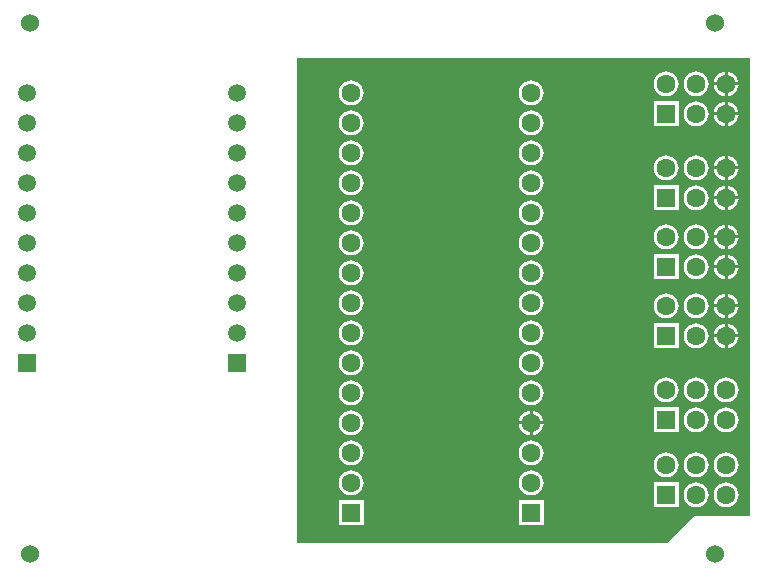
<source format=gtl>
G04 Layer_Physical_Order=1*
G04 Layer_Color=255*
%FSLAX44Y44*%
%MOMM*%
G71*
G01*
G75*
%ADD10C,1.5240*%
%ADD11R,1.6000X1.6000*%
%ADD12C,1.6000*%
%ADD13R,1.6000X1.6000*%
%ADD14R,1.5000X1.5000*%
%ADD15C,1.5000*%
G36*
X1260000Y1020000D02*
X1260000Y632460D01*
X1212460Y632460D01*
X1189600Y609600D01*
X876300Y609600D01*
X876300Y1020000D01*
X1260000Y1020000D01*
D02*
G37*
%LPC*%
G36*
X1249984Y783590D02*
X1240790D01*
Y774396D01*
X1242271Y774591D01*
X1244836Y775653D01*
X1247037Y777343D01*
X1248727Y779545D01*
X1249789Y782109D01*
X1249984Y783590D01*
D02*
G37*
G36*
X1238250D02*
X1229056D01*
X1229251Y782109D01*
X1230313Y779545D01*
X1232003Y777343D01*
X1234204Y775653D01*
X1236768Y774591D01*
X1238250Y774396D01*
Y783590D01*
D02*
G37*
G36*
X922020Y798031D02*
X919268Y797669D01*
X916704Y796607D01*
X914503Y794917D01*
X912813Y792716D01*
X911751Y790152D01*
X911389Y787400D01*
X911751Y784649D01*
X912813Y782085D01*
X914503Y779883D01*
X916704Y778193D01*
X919268Y777131D01*
X922020Y776769D01*
X924771Y777131D01*
X927336Y778193D01*
X929537Y779883D01*
X931227Y782085D01*
X932289Y784649D01*
X932651Y787400D01*
X932289Y790152D01*
X931227Y792716D01*
X929537Y794917D01*
X927336Y796607D01*
X924771Y797669D01*
X922020Y798031D01*
D02*
G37*
G36*
X1238250Y795324D02*
X1236768Y795129D01*
X1234204Y794067D01*
X1232003Y792377D01*
X1230313Y790175D01*
X1229251Y787611D01*
X1229056Y786130D01*
X1238250D01*
Y795324D01*
D02*
G37*
G36*
X1074420Y798031D02*
X1071668Y797669D01*
X1069105Y796607D01*
X1066903Y794917D01*
X1065213Y792716D01*
X1064151Y790152D01*
X1063789Y787400D01*
X1064151Y784649D01*
X1065213Y782085D01*
X1066903Y779883D01*
X1069105Y778193D01*
X1071668Y777131D01*
X1074420Y776769D01*
X1077171Y777131D01*
X1079735Y778193D01*
X1081937Y779883D01*
X1083627Y782085D01*
X1084689Y784649D01*
X1085051Y787400D01*
X1084689Y790152D01*
X1083627Y792716D01*
X1081937Y794917D01*
X1079735Y796607D01*
X1077171Y797669D01*
X1074420Y798031D01*
D02*
G37*
G36*
X1199260Y795400D02*
X1178180D01*
Y774320D01*
X1199260D01*
Y795400D01*
D02*
G37*
G36*
X1239520Y749771D02*
X1236768Y749409D01*
X1234204Y748347D01*
X1232003Y746657D01*
X1230313Y744455D01*
X1229251Y741891D01*
X1228889Y739140D01*
X1229251Y736388D01*
X1230313Y733824D01*
X1232003Y731623D01*
X1234204Y729933D01*
X1236768Y728871D01*
X1239520Y728509D01*
X1242271Y728871D01*
X1244836Y729933D01*
X1247037Y731623D01*
X1248727Y733824D01*
X1249789Y736388D01*
X1250151Y739140D01*
X1249789Y741891D01*
X1248727Y744455D01*
X1247037Y746657D01*
X1244836Y748347D01*
X1242271Y749409D01*
X1239520Y749771D01*
D02*
G37*
G36*
X1214120D02*
X1211368Y749409D01*
X1208804Y748347D01*
X1206603Y746657D01*
X1204913Y744455D01*
X1203851Y741891D01*
X1203489Y739140D01*
X1203851Y736388D01*
X1204913Y733824D01*
X1206603Y731623D01*
X1208804Y729933D01*
X1211368Y728871D01*
X1214120Y728509D01*
X1216871Y728871D01*
X1219436Y729933D01*
X1221637Y731623D01*
X1223327Y733824D01*
X1224389Y736388D01*
X1224751Y739140D01*
X1224389Y741891D01*
X1223327Y744455D01*
X1221637Y746657D01*
X1219436Y748347D01*
X1216871Y749409D01*
X1214120Y749771D01*
D02*
G37*
G36*
X922020Y772631D02*
X919268Y772269D01*
X916704Y771207D01*
X914503Y769517D01*
X912813Y767316D01*
X911751Y764752D01*
X911389Y762000D01*
X911751Y759249D01*
X912813Y756684D01*
X914503Y754483D01*
X916704Y752793D01*
X919268Y751731D01*
X922020Y751369D01*
X924771Y751731D01*
X927336Y752793D01*
X929537Y754483D01*
X931227Y756684D01*
X932289Y759249D01*
X932651Y762000D01*
X932289Y764752D01*
X931227Y767316D01*
X929537Y769517D01*
X927336Y771207D01*
X924771Y772269D01*
X922020Y772631D01*
D02*
G37*
G36*
X1214120Y795491D02*
X1211368Y795129D01*
X1208804Y794067D01*
X1206603Y792377D01*
X1204913Y790175D01*
X1203851Y787611D01*
X1203489Y784860D01*
X1203851Y782109D01*
X1204913Y779545D01*
X1206603Y777343D01*
X1208804Y775653D01*
X1211368Y774591D01*
X1214120Y774229D01*
X1216871Y774591D01*
X1219436Y775653D01*
X1221637Y777343D01*
X1223327Y779545D01*
X1224389Y782109D01*
X1224751Y784860D01*
X1224389Y787611D01*
X1223327Y790175D01*
X1221637Y792377D01*
X1219436Y794067D01*
X1216871Y795129D01*
X1214120Y795491D01*
D02*
G37*
G36*
X1074420Y772631D02*
X1071668Y772269D01*
X1069105Y771207D01*
X1066903Y769517D01*
X1065213Y767316D01*
X1064151Y764752D01*
X1063789Y762000D01*
X1064151Y759249D01*
X1065213Y756684D01*
X1066903Y754483D01*
X1069105Y752793D01*
X1071668Y751731D01*
X1074420Y751369D01*
X1077171Y751731D01*
X1079735Y752793D01*
X1081937Y754483D01*
X1083627Y756684D01*
X1084689Y759249D01*
X1085051Y762000D01*
X1084689Y764752D01*
X1083627Y767316D01*
X1081937Y769517D01*
X1079735Y771207D01*
X1077171Y772269D01*
X1074420Y772631D01*
D02*
G37*
G36*
X1240790Y795324D02*
Y786130D01*
X1249984D01*
X1249789Y787611D01*
X1248727Y790175D01*
X1247037Y792377D01*
X1244836Y794067D01*
X1242271Y795129D01*
X1240790Y795324D01*
D02*
G37*
G36*
Y820724D02*
Y811530D01*
X1249984D01*
X1249789Y813011D01*
X1248727Y815575D01*
X1247037Y817777D01*
X1244836Y819467D01*
X1242271Y820529D01*
X1240790Y820724D01*
D02*
G37*
G36*
X1238250D02*
X1236768Y820529D01*
X1234204Y819467D01*
X1232003Y817777D01*
X1230313Y815575D01*
X1229251Y813011D01*
X1229056Y811530D01*
X1238250D01*
Y820724D01*
D02*
G37*
G36*
X922020Y848831D02*
X919268Y848469D01*
X916704Y847407D01*
X914503Y845717D01*
X912813Y843515D01*
X911751Y840952D01*
X911389Y838200D01*
X911751Y835449D01*
X912813Y832885D01*
X914503Y830683D01*
X916704Y828993D01*
X919268Y827931D01*
X922020Y827569D01*
X924771Y827931D01*
X927336Y828993D01*
X929537Y830683D01*
X931227Y832885D01*
X932289Y835449D01*
X932651Y838200D01*
X932289Y840952D01*
X931227Y843515D01*
X929537Y845717D01*
X927336Y847407D01*
X924771Y848469D01*
X922020Y848831D01*
D02*
G37*
G36*
X1214120Y853911D02*
X1211368Y853549D01*
X1208804Y852487D01*
X1206603Y850797D01*
X1204913Y848596D01*
X1203851Y846031D01*
X1203489Y843280D01*
X1203851Y840528D01*
X1204913Y837964D01*
X1206603Y835763D01*
X1208804Y834073D01*
X1211368Y833011D01*
X1214120Y832649D01*
X1216871Y833011D01*
X1219436Y834073D01*
X1221637Y835763D01*
X1223327Y837964D01*
X1224389Y840528D01*
X1224751Y843280D01*
X1224389Y846031D01*
X1223327Y848596D01*
X1221637Y850797D01*
X1219436Y852487D01*
X1216871Y853549D01*
X1214120Y853911D01*
D02*
G37*
G36*
X1074420Y848831D02*
X1071668Y848469D01*
X1069105Y847407D01*
X1066903Y845717D01*
X1065213Y843515D01*
X1064151Y840952D01*
X1063789Y838200D01*
X1064151Y835449D01*
X1065213Y832885D01*
X1066903Y830683D01*
X1069105Y828993D01*
X1071668Y827931D01*
X1074420Y827569D01*
X1077171Y827931D01*
X1079735Y828993D01*
X1081937Y830683D01*
X1083627Y832885D01*
X1084689Y835449D01*
X1085051Y838200D01*
X1084689Y840952D01*
X1083627Y843515D01*
X1081937Y845717D01*
X1079735Y847407D01*
X1077171Y848469D01*
X1074420Y848831D01*
D02*
G37*
G36*
Y823431D02*
X1071668Y823069D01*
X1069105Y822007D01*
X1066903Y820317D01*
X1065213Y818115D01*
X1064151Y815552D01*
X1063789Y812800D01*
X1064151Y810049D01*
X1065213Y807485D01*
X1066903Y805283D01*
X1069105Y803593D01*
X1071668Y802531D01*
X1074420Y802169D01*
X1077171Y802531D01*
X1079735Y803593D01*
X1081937Y805283D01*
X1083627Y807485D01*
X1084689Y810049D01*
X1085051Y812800D01*
X1084689Y815552D01*
X1083627Y818115D01*
X1081937Y820317D01*
X1079735Y822007D01*
X1077171Y823069D01*
X1074420Y823431D01*
D02*
G37*
G36*
X1214120Y820891D02*
X1211368Y820529D01*
X1208804Y819467D01*
X1206603Y817777D01*
X1204913Y815575D01*
X1203851Y813011D01*
X1203489Y810260D01*
X1203851Y807508D01*
X1204913Y804945D01*
X1206603Y802743D01*
X1208804Y801053D01*
X1211368Y799991D01*
X1214120Y799629D01*
X1216871Y799991D01*
X1219436Y801053D01*
X1221637Y802743D01*
X1223327Y804945D01*
X1224389Y807508D01*
X1224751Y810260D01*
X1224389Y813011D01*
X1223327Y815575D01*
X1221637Y817777D01*
X1219436Y819467D01*
X1216871Y820529D01*
X1214120Y820891D01*
D02*
G37*
G36*
X1188720D02*
X1185968Y820529D01*
X1183404Y819467D01*
X1181203Y817777D01*
X1179513Y815575D01*
X1178451Y813011D01*
X1178089Y810260D01*
X1178451Y807508D01*
X1179513Y804945D01*
X1181203Y802743D01*
X1183404Y801053D01*
X1185968Y799991D01*
X1188720Y799629D01*
X1191471Y799991D01*
X1194035Y801053D01*
X1196237Y802743D01*
X1197927Y804945D01*
X1198989Y807508D01*
X1199351Y810260D01*
X1198989Y813011D01*
X1197927Y815575D01*
X1196237Y817777D01*
X1194035Y819467D01*
X1191471Y820529D01*
X1188720Y820891D01*
D02*
G37*
G36*
X1238250Y808990D02*
X1229056D01*
X1229251Y807508D01*
X1230313Y804945D01*
X1232003Y802743D01*
X1234204Y801053D01*
X1236768Y799991D01*
X1238250Y799796D01*
Y808990D01*
D02*
G37*
G36*
X922020Y823431D02*
X919268Y823069D01*
X916704Y822007D01*
X914503Y820317D01*
X912813Y818115D01*
X911751Y815552D01*
X911389Y812800D01*
X911751Y810049D01*
X912813Y807485D01*
X914503Y805283D01*
X916704Y803593D01*
X919268Y802531D01*
X922020Y802169D01*
X924771Y802531D01*
X927336Y803593D01*
X929537Y805283D01*
X931227Y807485D01*
X932289Y810049D01*
X932651Y812800D01*
X932289Y815552D01*
X931227Y818115D01*
X929537Y820317D01*
X927336Y822007D01*
X924771Y823069D01*
X922020Y823431D01*
D02*
G37*
G36*
X1249984Y808990D02*
X1240790D01*
Y799796D01*
X1242271Y799991D01*
X1244836Y801053D01*
X1247037Y802743D01*
X1248727Y804945D01*
X1249789Y807508D01*
X1249984Y808990D01*
D02*
G37*
G36*
X1188720Y686271D02*
X1185968Y685909D01*
X1183404Y684847D01*
X1181203Y683157D01*
X1179513Y680956D01*
X1178451Y678391D01*
X1178089Y675640D01*
X1178451Y672888D01*
X1179513Y670324D01*
X1181203Y668123D01*
X1183404Y666433D01*
X1185968Y665371D01*
X1188720Y665009D01*
X1191471Y665371D01*
X1194035Y666433D01*
X1196237Y668123D01*
X1197927Y670324D01*
X1198989Y672888D01*
X1199351Y675640D01*
X1198989Y678391D01*
X1197927Y680956D01*
X1196237Y683157D01*
X1194035Y684847D01*
X1191471Y685909D01*
X1188720Y686271D01*
D02*
G37*
G36*
X1074420Y671031D02*
X1071668Y670669D01*
X1069105Y669607D01*
X1066903Y667917D01*
X1065213Y665715D01*
X1064151Y663151D01*
X1063789Y660400D01*
X1064151Y657648D01*
X1065213Y655085D01*
X1066903Y652883D01*
X1069105Y651193D01*
X1071668Y650131D01*
X1074420Y649769D01*
X1077171Y650131D01*
X1079735Y651193D01*
X1081937Y652883D01*
X1083627Y655085D01*
X1084689Y657648D01*
X1085051Y660400D01*
X1084689Y663151D01*
X1083627Y665715D01*
X1081937Y667917D01*
X1079735Y669607D01*
X1077171Y670669D01*
X1074420Y671031D01*
D02*
G37*
G36*
X1214120Y686271D02*
X1211368Y685909D01*
X1208804Y684847D01*
X1206603Y683157D01*
X1204913Y680956D01*
X1203851Y678391D01*
X1203489Y675640D01*
X1203851Y672888D01*
X1204913Y670324D01*
X1206603Y668123D01*
X1208804Y666433D01*
X1211368Y665371D01*
X1214120Y665009D01*
X1216871Y665371D01*
X1219436Y666433D01*
X1221637Y668123D01*
X1223327Y670324D01*
X1224389Y672888D01*
X1224751Y675640D01*
X1224389Y678391D01*
X1223327Y680956D01*
X1221637Y683157D01*
X1219436Y684847D01*
X1216871Y685909D01*
X1214120Y686271D01*
D02*
G37*
G36*
X922020Y696431D02*
X919268Y696069D01*
X916704Y695007D01*
X914503Y693317D01*
X912813Y691115D01*
X911751Y688551D01*
X911389Y685800D01*
X911751Y683048D01*
X912813Y680484D01*
X914503Y678283D01*
X916704Y676593D01*
X919268Y675531D01*
X922020Y675169D01*
X924771Y675531D01*
X927336Y676593D01*
X929537Y678283D01*
X931227Y680484D01*
X932289Y683048D01*
X932651Y685800D01*
X932289Y688551D01*
X931227Y691115D01*
X929537Y693317D01*
X927336Y695007D01*
X924771Y696069D01*
X922020Y696431D01*
D02*
G37*
G36*
X1239520Y686271D02*
X1236768Y685909D01*
X1234204Y684847D01*
X1232003Y683157D01*
X1230313Y680956D01*
X1229251Y678391D01*
X1228889Y675640D01*
X1229251Y672888D01*
X1230313Y670324D01*
X1232003Y668123D01*
X1234204Y666433D01*
X1236768Y665371D01*
X1239520Y665009D01*
X1242271Y665371D01*
X1244836Y666433D01*
X1247037Y668123D01*
X1248727Y670324D01*
X1249789Y672888D01*
X1250151Y675640D01*
X1249789Y678391D01*
X1248727Y680956D01*
X1247037Y683157D01*
X1244836Y684847D01*
X1242271Y685909D01*
X1239520Y686271D01*
D02*
G37*
G36*
X922020Y671031D02*
X919268Y670669D01*
X916704Y669607D01*
X914503Y667917D01*
X912813Y665715D01*
X911751Y663151D01*
X911389Y660400D01*
X911751Y657648D01*
X912813Y655085D01*
X914503Y652883D01*
X916704Y651193D01*
X919268Y650131D01*
X922020Y649769D01*
X924771Y650131D01*
X927336Y651193D01*
X929537Y652883D01*
X931227Y655085D01*
X932289Y657648D01*
X932651Y660400D01*
X932289Y663151D01*
X931227Y665715D01*
X929537Y667917D01*
X927336Y669607D01*
X924771Y670669D01*
X922020Y671031D01*
D02*
G37*
G36*
X1084960Y645540D02*
X1063880D01*
Y624460D01*
X1084960D01*
Y645540D01*
D02*
G37*
G36*
X932560D02*
X911480D01*
Y624460D01*
X932560D01*
Y645540D01*
D02*
G37*
G36*
X1214120Y660871D02*
X1211368Y660509D01*
X1208804Y659447D01*
X1206603Y657757D01*
X1204913Y655555D01*
X1203851Y652991D01*
X1203489Y650240D01*
X1203851Y647488D01*
X1204913Y644924D01*
X1206603Y642723D01*
X1208804Y641033D01*
X1211368Y639971D01*
X1214120Y639609D01*
X1216871Y639971D01*
X1219436Y641033D01*
X1221637Y642723D01*
X1223327Y644924D01*
X1224389Y647488D01*
X1224751Y650240D01*
X1224389Y652991D01*
X1223327Y655555D01*
X1221637Y657757D01*
X1219436Y659447D01*
X1216871Y660509D01*
X1214120Y660871D01*
D02*
G37*
G36*
X1199260Y660780D02*
X1178180D01*
Y639700D01*
X1199260D01*
Y660780D01*
D02*
G37*
G36*
X1239520Y660871D02*
X1236768Y660509D01*
X1234204Y659447D01*
X1232003Y657757D01*
X1230313Y655555D01*
X1229251Y652991D01*
X1228889Y650240D01*
X1229251Y647488D01*
X1230313Y644924D01*
X1232003Y642723D01*
X1234204Y641033D01*
X1236768Y639971D01*
X1239520Y639609D01*
X1242271Y639971D01*
X1244836Y641033D01*
X1247037Y642723D01*
X1248727Y644924D01*
X1249789Y647488D01*
X1250151Y650240D01*
X1249789Y652991D01*
X1248727Y655555D01*
X1247037Y657757D01*
X1244836Y659447D01*
X1242271Y660509D01*
X1239520Y660871D01*
D02*
G37*
G36*
X1074420Y696431D02*
X1071668Y696069D01*
X1069105Y695007D01*
X1066903Y693317D01*
X1065213Y691115D01*
X1064151Y688551D01*
X1063789Y685800D01*
X1064151Y683048D01*
X1065213Y680484D01*
X1066903Y678283D01*
X1069105Y676593D01*
X1071668Y675531D01*
X1074420Y675169D01*
X1077171Y675531D01*
X1079735Y676593D01*
X1081937Y678283D01*
X1083627Y680484D01*
X1084689Y683048D01*
X1085051Y685800D01*
X1084689Y688551D01*
X1083627Y691115D01*
X1081937Y693317D01*
X1079735Y695007D01*
X1077171Y696069D01*
X1074420Y696431D01*
D02*
G37*
G36*
X1075690Y721664D02*
Y712470D01*
X1084884D01*
X1084689Y713951D01*
X1083627Y716516D01*
X1081937Y718717D01*
X1079735Y720407D01*
X1077171Y721469D01*
X1075690Y721664D01*
D02*
G37*
G36*
X1073150D02*
X1071668Y721469D01*
X1069105Y720407D01*
X1066903Y718717D01*
X1065213Y716516D01*
X1064151Y713951D01*
X1063956Y712470D01*
X1073150D01*
Y721664D01*
D02*
G37*
G36*
X922020Y747231D02*
X919268Y746869D01*
X916704Y745807D01*
X914503Y744117D01*
X912813Y741916D01*
X911751Y739352D01*
X911389Y736600D01*
X911751Y733848D01*
X912813Y731284D01*
X914503Y729083D01*
X916704Y727393D01*
X919268Y726331D01*
X922020Y725969D01*
X924771Y726331D01*
X927336Y727393D01*
X929537Y729083D01*
X931227Y731284D01*
X932289Y733848D01*
X932651Y736600D01*
X932289Y739352D01*
X931227Y741916D01*
X929537Y744117D01*
X927336Y745807D01*
X924771Y746869D01*
X922020Y747231D01*
D02*
G37*
G36*
X1188720Y749771D02*
X1185968Y749409D01*
X1183404Y748347D01*
X1181203Y746657D01*
X1179513Y744455D01*
X1178451Y741891D01*
X1178089Y739140D01*
X1178451Y736388D01*
X1179513Y733824D01*
X1181203Y731623D01*
X1183404Y729933D01*
X1185968Y728871D01*
X1188720Y728509D01*
X1191471Y728871D01*
X1194035Y729933D01*
X1196237Y731623D01*
X1197927Y733824D01*
X1198989Y736388D01*
X1199351Y739140D01*
X1198989Y741891D01*
X1197927Y744455D01*
X1196237Y746657D01*
X1194035Y748347D01*
X1191471Y749409D01*
X1188720Y749771D01*
D02*
G37*
G36*
X1074420Y747231D02*
X1071668Y746869D01*
X1069105Y745807D01*
X1066903Y744117D01*
X1065213Y741916D01*
X1064151Y739352D01*
X1063789Y736600D01*
X1064151Y733848D01*
X1065213Y731284D01*
X1066903Y729083D01*
X1069105Y727393D01*
X1071668Y726331D01*
X1074420Y725969D01*
X1077171Y726331D01*
X1079735Y727393D01*
X1081937Y729083D01*
X1083627Y731284D01*
X1084689Y733848D01*
X1085051Y736600D01*
X1084689Y739352D01*
X1083627Y741916D01*
X1081937Y744117D01*
X1079735Y745807D01*
X1077171Y746869D01*
X1074420Y747231D01*
D02*
G37*
G36*
X1199260Y724280D02*
X1178180D01*
Y703200D01*
X1199260D01*
Y724280D01*
D02*
G37*
G36*
X1073150Y709930D02*
X1063956D01*
X1064151Y708448D01*
X1065213Y705884D01*
X1066903Y703683D01*
X1069105Y701993D01*
X1071668Y700931D01*
X1073150Y700736D01*
Y709930D01*
D02*
G37*
G36*
X922020Y721831D02*
X919268Y721469D01*
X916704Y720407D01*
X914503Y718717D01*
X912813Y716516D01*
X911751Y713951D01*
X911389Y711200D01*
X911751Y708448D01*
X912813Y705884D01*
X914503Y703683D01*
X916704Y701993D01*
X919268Y700931D01*
X922020Y700569D01*
X924771Y700931D01*
X927336Y701993D01*
X929537Y703683D01*
X931227Y705884D01*
X932289Y708448D01*
X932651Y711200D01*
X932289Y713951D01*
X931227Y716516D01*
X929537Y718717D01*
X927336Y720407D01*
X924771Y721469D01*
X922020Y721831D01*
D02*
G37*
G36*
X1084884Y709930D02*
X1075690D01*
Y700736D01*
X1077171Y700931D01*
X1079735Y701993D01*
X1081937Y703683D01*
X1083627Y705884D01*
X1084689Y708448D01*
X1084884Y709930D01*
D02*
G37*
G36*
X1239520Y724371D02*
X1236768Y724009D01*
X1234204Y722947D01*
X1232003Y721257D01*
X1230313Y719055D01*
X1229251Y716491D01*
X1228889Y713740D01*
X1229251Y710988D01*
X1230313Y708425D01*
X1232003Y706223D01*
X1234204Y704533D01*
X1236768Y703471D01*
X1239520Y703109D01*
X1242271Y703471D01*
X1244836Y704533D01*
X1247037Y706223D01*
X1248727Y708425D01*
X1249789Y710988D01*
X1250151Y713740D01*
X1249789Y716491D01*
X1248727Y719055D01*
X1247037Y721257D01*
X1244836Y722947D01*
X1242271Y724009D01*
X1239520Y724371D01*
D02*
G37*
G36*
X1214120D02*
X1211368Y724009D01*
X1208804Y722947D01*
X1206603Y721257D01*
X1204913Y719055D01*
X1203851Y716491D01*
X1203489Y713740D01*
X1203851Y710988D01*
X1204913Y708425D01*
X1206603Y706223D01*
X1208804Y704533D01*
X1211368Y703471D01*
X1214120Y703109D01*
X1216871Y703471D01*
X1219436Y704533D01*
X1221637Y706223D01*
X1223327Y708425D01*
X1224389Y710988D01*
X1224751Y713740D01*
X1224389Y716491D01*
X1223327Y719055D01*
X1221637Y721257D01*
X1219436Y722947D01*
X1216871Y724009D01*
X1214120Y724371D01*
D02*
G37*
G36*
X922020Y975831D02*
X919268Y975469D01*
X916704Y974407D01*
X914503Y972717D01*
X912813Y970516D01*
X911751Y967952D01*
X911389Y965200D01*
X911751Y962449D01*
X912813Y959884D01*
X914503Y957683D01*
X916704Y955993D01*
X919268Y954931D01*
X922020Y954569D01*
X924771Y954931D01*
X927336Y955993D01*
X929537Y957683D01*
X931227Y959884D01*
X932289Y962449D01*
X932651Y965200D01*
X932289Y967952D01*
X931227Y970516D01*
X929537Y972717D01*
X927336Y974407D01*
X924771Y975469D01*
X922020Y975831D01*
D02*
G37*
G36*
X1074420Y950431D02*
X1071668Y950069D01*
X1069105Y949007D01*
X1066903Y947317D01*
X1065213Y945116D01*
X1064151Y942551D01*
X1063789Y939800D01*
X1064151Y937048D01*
X1065213Y934484D01*
X1066903Y932283D01*
X1069105Y930593D01*
X1071668Y929531D01*
X1074420Y929169D01*
X1077171Y929531D01*
X1079735Y930593D01*
X1081937Y932283D01*
X1083627Y934484D01*
X1084689Y937048D01*
X1085051Y939800D01*
X1084689Y942551D01*
X1083627Y945116D01*
X1081937Y947317D01*
X1079735Y949007D01*
X1077171Y950069D01*
X1074420Y950431D01*
D02*
G37*
G36*
Y975831D02*
X1071668Y975469D01*
X1069105Y974407D01*
X1066903Y972717D01*
X1065213Y970516D01*
X1064151Y967952D01*
X1063789Y965200D01*
X1064151Y962449D01*
X1065213Y959884D01*
X1066903Y957683D01*
X1069105Y955993D01*
X1071668Y954931D01*
X1074420Y954569D01*
X1077171Y954931D01*
X1079735Y955993D01*
X1081937Y957683D01*
X1083627Y959884D01*
X1084689Y962449D01*
X1085051Y965200D01*
X1084689Y967952D01*
X1083627Y970516D01*
X1081937Y972717D01*
X1079735Y974407D01*
X1077171Y975469D01*
X1074420Y975831D01*
D02*
G37*
G36*
X1199260Y983360D02*
X1178180D01*
Y962280D01*
X1199260D01*
Y983360D01*
D02*
G37*
G36*
X1214120Y983451D02*
X1211368Y983089D01*
X1208804Y982027D01*
X1206603Y980337D01*
X1204913Y978136D01*
X1203851Y975572D01*
X1203489Y972820D01*
X1203851Y970069D01*
X1204913Y967505D01*
X1206603Y965303D01*
X1208804Y963613D01*
X1211368Y962551D01*
X1214120Y962189D01*
X1216871Y962551D01*
X1219436Y963613D01*
X1221637Y965303D01*
X1223327Y967505D01*
X1224389Y970069D01*
X1224751Y972820D01*
X1224389Y975572D01*
X1223327Y978136D01*
X1221637Y980337D01*
X1219436Y982027D01*
X1216871Y983089D01*
X1214120Y983451D01*
D02*
G37*
G36*
X922020Y950431D02*
X919268Y950069D01*
X916704Y949007D01*
X914503Y947317D01*
X912813Y945116D01*
X911751Y942551D01*
X911389Y939800D01*
X911751Y937048D01*
X912813Y934484D01*
X914503Y932283D01*
X916704Y930593D01*
X919268Y929531D01*
X922020Y929169D01*
X924771Y929531D01*
X927336Y930593D01*
X929537Y932283D01*
X931227Y934484D01*
X932289Y937048D01*
X932651Y939800D01*
X932289Y942551D01*
X931227Y945116D01*
X929537Y947317D01*
X927336Y949007D01*
X924771Y950069D01*
X922020Y950431D01*
D02*
G37*
G36*
X1238250Y925830D02*
X1229056D01*
X1229251Y924349D01*
X1230313Y921785D01*
X1232003Y919583D01*
X1234204Y917893D01*
X1236768Y916831D01*
X1238250Y916636D01*
Y925830D01*
D02*
G37*
G36*
X1214120Y937731D02*
X1211368Y937369D01*
X1208804Y936307D01*
X1206603Y934617D01*
X1204913Y932415D01*
X1203851Y929852D01*
X1203489Y927100D01*
X1203851Y924349D01*
X1204913Y921785D01*
X1206603Y919583D01*
X1208804Y917893D01*
X1211368Y916831D01*
X1214120Y916469D01*
X1216871Y916831D01*
X1219436Y917893D01*
X1221637Y919583D01*
X1223327Y921785D01*
X1224389Y924349D01*
X1224751Y927100D01*
X1224389Y929852D01*
X1223327Y932415D01*
X1221637Y934617D01*
X1219436Y936307D01*
X1216871Y937369D01*
X1214120Y937731D01*
D02*
G37*
G36*
X1249984Y925830D02*
X1240790D01*
Y916636D01*
X1242271Y916831D01*
X1244836Y917893D01*
X1247037Y919583D01*
X1248727Y921785D01*
X1249789Y924349D01*
X1249984Y925830D01*
D02*
G37*
G36*
X1240790Y937564D02*
Y928370D01*
X1249984D01*
X1249789Y929852D01*
X1248727Y932415D01*
X1247037Y934617D01*
X1244836Y936307D01*
X1242271Y937369D01*
X1240790Y937564D01*
D02*
G37*
G36*
X1238250D02*
X1236768Y937369D01*
X1234204Y936307D01*
X1232003Y934617D01*
X1230313Y932415D01*
X1229251Y929852D01*
X1229056Y928370D01*
X1238250D01*
Y937564D01*
D02*
G37*
G36*
Y971550D02*
X1229056D01*
X1229251Y970069D01*
X1230313Y967505D01*
X1232003Y965303D01*
X1234204Y963613D01*
X1236768Y962551D01*
X1238250Y962356D01*
Y971550D01*
D02*
G37*
G36*
Y996950D02*
X1229056D01*
X1229251Y995469D01*
X1230313Y992905D01*
X1232003Y990703D01*
X1234204Y989013D01*
X1236768Y987951D01*
X1238250Y987756D01*
Y996950D01*
D02*
G37*
G36*
X1214120Y1008851D02*
X1211368Y1008489D01*
X1208804Y1007427D01*
X1206603Y1005737D01*
X1204913Y1003536D01*
X1203851Y1000972D01*
X1203489Y998220D01*
X1203851Y995469D01*
X1204913Y992905D01*
X1206603Y990703D01*
X1208804Y989013D01*
X1211368Y987951D01*
X1214120Y987589D01*
X1216871Y987951D01*
X1219436Y989013D01*
X1221637Y990703D01*
X1223327Y992905D01*
X1224389Y995469D01*
X1224751Y998220D01*
X1224389Y1000972D01*
X1223327Y1003536D01*
X1221637Y1005737D01*
X1219436Y1007427D01*
X1216871Y1008489D01*
X1214120Y1008851D01*
D02*
G37*
G36*
X1249984Y996950D02*
X1240790D01*
Y987756D01*
X1242271Y987951D01*
X1244836Y989013D01*
X1247037Y990703D01*
X1248727Y992905D01*
X1249789Y995469D01*
X1249984Y996950D01*
D02*
G37*
G36*
X1240790Y1008684D02*
Y999490D01*
X1249984D01*
X1249789Y1000972D01*
X1248727Y1003536D01*
X1247037Y1005737D01*
X1244836Y1007427D01*
X1242271Y1008489D01*
X1240790Y1008684D01*
D02*
G37*
G36*
X1238250D02*
X1236768Y1008489D01*
X1234204Y1007427D01*
X1232003Y1005737D01*
X1230313Y1003536D01*
X1229251Y1000972D01*
X1229056Y999490D01*
X1238250D01*
Y1008684D01*
D02*
G37*
G36*
X1188720Y1008851D02*
X1185968Y1008489D01*
X1183404Y1007427D01*
X1181203Y1005737D01*
X1179513Y1003536D01*
X1178451Y1000972D01*
X1178089Y998220D01*
X1178451Y995469D01*
X1179513Y992905D01*
X1181203Y990703D01*
X1183404Y989013D01*
X1185968Y987951D01*
X1188720Y987589D01*
X1191471Y987951D01*
X1194035Y989013D01*
X1196237Y990703D01*
X1197927Y992905D01*
X1198989Y995469D01*
X1199351Y998220D01*
X1198989Y1000972D01*
X1197927Y1003536D01*
X1196237Y1005737D01*
X1194035Y1007427D01*
X1191471Y1008489D01*
X1188720Y1008851D01*
D02*
G37*
G36*
X1238250Y983284D02*
X1236768Y983089D01*
X1234204Y982027D01*
X1232003Y980337D01*
X1230313Y978136D01*
X1229251Y975572D01*
X1229056Y974090D01*
X1238250D01*
Y983284D01*
D02*
G37*
G36*
X1249984Y971550D02*
X1240790D01*
Y962356D01*
X1242271Y962551D01*
X1244836Y963613D01*
X1247037Y965303D01*
X1248727Y967505D01*
X1249789Y970069D01*
X1249984Y971550D01*
D02*
G37*
G36*
X1240790Y983284D02*
Y974090D01*
X1249984D01*
X1249789Y975572D01*
X1248727Y978136D01*
X1247037Y980337D01*
X1244836Y982027D01*
X1242271Y983089D01*
X1240790Y983284D01*
D02*
G37*
G36*
X1074420Y1001231D02*
X1071668Y1000869D01*
X1069105Y999807D01*
X1066903Y998117D01*
X1065213Y995916D01*
X1064151Y993352D01*
X1063789Y990600D01*
X1064151Y987849D01*
X1065213Y985285D01*
X1066903Y983083D01*
X1069105Y981393D01*
X1071668Y980331D01*
X1074420Y979969D01*
X1077171Y980331D01*
X1079735Y981393D01*
X1081937Y983083D01*
X1083627Y985285D01*
X1084689Y987849D01*
X1085051Y990600D01*
X1084689Y993352D01*
X1083627Y995916D01*
X1081937Y998117D01*
X1079735Y999807D01*
X1077171Y1000869D01*
X1074420Y1001231D01*
D02*
G37*
G36*
X922020D02*
X919268Y1000869D01*
X916704Y999807D01*
X914503Y998117D01*
X912813Y995916D01*
X911751Y993352D01*
X911389Y990600D01*
X911751Y987849D01*
X912813Y985285D01*
X914503Y983083D01*
X916704Y981393D01*
X919268Y980331D01*
X922020Y979969D01*
X924771Y980331D01*
X927336Y981393D01*
X929537Y983083D01*
X931227Y985285D01*
X932289Y987849D01*
X932651Y990600D01*
X932289Y993352D01*
X931227Y995916D01*
X929537Y998117D01*
X927336Y999807D01*
X924771Y1000869D01*
X922020Y1001231D01*
D02*
G37*
G36*
X1188720Y937731D02*
X1185968Y937369D01*
X1183404Y936307D01*
X1181203Y934617D01*
X1179513Y932415D01*
X1178451Y929852D01*
X1178089Y927100D01*
X1178451Y924349D01*
X1179513Y921785D01*
X1181203Y919583D01*
X1183404Y917893D01*
X1185968Y916831D01*
X1188720Y916469D01*
X1191471Y916831D01*
X1194035Y917893D01*
X1196237Y919583D01*
X1197927Y921785D01*
X1198989Y924349D01*
X1199351Y927100D01*
X1198989Y929852D01*
X1197927Y932415D01*
X1196237Y934617D01*
X1194035Y936307D01*
X1191471Y937369D01*
X1188720Y937731D01*
D02*
G37*
G36*
Y879311D02*
X1185968Y878949D01*
X1183404Y877887D01*
X1181203Y876197D01*
X1179513Y873996D01*
X1178451Y871432D01*
X1178089Y868680D01*
X1178451Y865928D01*
X1179513Y863364D01*
X1181203Y861163D01*
X1183404Y859473D01*
X1185968Y858411D01*
X1188720Y858049D01*
X1191471Y858411D01*
X1194035Y859473D01*
X1196237Y861163D01*
X1197927Y863364D01*
X1198989Y865928D01*
X1199351Y868680D01*
X1198989Y871432D01*
X1197927Y873996D01*
X1196237Y876197D01*
X1194035Y877887D01*
X1191471Y878949D01*
X1188720Y879311D01*
D02*
G37*
G36*
X1074420Y874231D02*
X1071668Y873869D01*
X1069105Y872807D01*
X1066903Y871117D01*
X1065213Y868915D01*
X1064151Y866351D01*
X1063789Y863600D01*
X1064151Y860848D01*
X1065213Y858285D01*
X1066903Y856083D01*
X1069105Y854393D01*
X1071668Y853331D01*
X1074420Y852969D01*
X1077171Y853331D01*
X1079735Y854393D01*
X1081937Y856083D01*
X1083627Y858285D01*
X1084689Y860848D01*
X1085051Y863600D01*
X1084689Y866351D01*
X1083627Y868915D01*
X1081937Y871117D01*
X1079735Y872807D01*
X1077171Y873869D01*
X1074420Y874231D01*
D02*
G37*
G36*
X1214120Y879311D02*
X1211368Y878949D01*
X1208804Y877887D01*
X1206603Y876197D01*
X1204913Y873996D01*
X1203851Y871432D01*
X1203489Y868680D01*
X1203851Y865928D01*
X1204913Y863364D01*
X1206603Y861163D01*
X1208804Y859473D01*
X1211368Y858411D01*
X1214120Y858049D01*
X1216871Y858411D01*
X1219436Y859473D01*
X1221637Y861163D01*
X1223327Y863364D01*
X1224389Y865928D01*
X1224751Y868680D01*
X1224389Y871432D01*
X1223327Y873996D01*
X1221637Y876197D01*
X1219436Y877887D01*
X1216871Y878949D01*
X1214120Y879311D01*
D02*
G37*
G36*
X1249984Y867410D02*
X1240790D01*
Y858216D01*
X1242271Y858411D01*
X1244836Y859473D01*
X1247037Y861163D01*
X1248727Y863364D01*
X1249789Y865928D01*
X1249984Y867410D01*
D02*
G37*
G36*
X1238250D02*
X1229056D01*
X1229251Y865928D01*
X1230313Y863364D01*
X1232003Y861163D01*
X1234204Y859473D01*
X1236768Y858411D01*
X1238250Y858216D01*
Y867410D01*
D02*
G37*
G36*
X922020Y874231D02*
X919268Y873869D01*
X916704Y872807D01*
X914503Y871117D01*
X912813Y868915D01*
X911751Y866351D01*
X911389Y863600D01*
X911751Y860848D01*
X912813Y858285D01*
X914503Y856083D01*
X916704Y854393D01*
X919268Y853331D01*
X922020Y852969D01*
X924771Y853331D01*
X927336Y854393D01*
X929537Y856083D01*
X931227Y858285D01*
X932289Y860848D01*
X932651Y863600D01*
X932289Y866351D01*
X931227Y868915D01*
X929537Y871117D01*
X927336Y872807D01*
X924771Y873869D01*
X922020Y874231D01*
D02*
G37*
G36*
X1238250Y842010D02*
X1229056D01*
X1229251Y840528D01*
X1230313Y837964D01*
X1232003Y835763D01*
X1234204Y834073D01*
X1236768Y833011D01*
X1238250Y832816D01*
Y842010D01*
D02*
G37*
G36*
X1199260Y853820D02*
X1178180D01*
Y832740D01*
X1199260D01*
Y853820D01*
D02*
G37*
G36*
X1249984Y842010D02*
X1240790D01*
Y832816D01*
X1242271Y833011D01*
X1244836Y834073D01*
X1247037Y835763D01*
X1248727Y837964D01*
X1249789Y840528D01*
X1249984Y842010D01*
D02*
G37*
G36*
X1240790Y853744D02*
Y844550D01*
X1249984D01*
X1249789Y846031D01*
X1248727Y848596D01*
X1247037Y850797D01*
X1244836Y852487D01*
X1242271Y853549D01*
X1240790Y853744D01*
D02*
G37*
G36*
X1238250D02*
X1236768Y853549D01*
X1234204Y852487D01*
X1232003Y850797D01*
X1230313Y848596D01*
X1229251Y846031D01*
X1229056Y844550D01*
X1238250D01*
Y853744D01*
D02*
G37*
G36*
Y879144D02*
X1236768Y878949D01*
X1234204Y877887D01*
X1232003Y876197D01*
X1230313Y873996D01*
X1229251Y871432D01*
X1229056Y869950D01*
X1238250D01*
Y879144D01*
D02*
G37*
G36*
Y912164D02*
X1236768Y911969D01*
X1234204Y910907D01*
X1232003Y909217D01*
X1230313Y907016D01*
X1229251Y904452D01*
X1229056Y902970D01*
X1238250D01*
Y912164D01*
D02*
G37*
G36*
X1249984Y900430D02*
X1240790D01*
Y891236D01*
X1242271Y891431D01*
X1244836Y892493D01*
X1247037Y894183D01*
X1248727Y896385D01*
X1249789Y898949D01*
X1249984Y900430D01*
D02*
G37*
G36*
X1240790Y912164D02*
Y902970D01*
X1249984D01*
X1249789Y904452D01*
X1248727Y907016D01*
X1247037Y909217D01*
X1244836Y910907D01*
X1242271Y911969D01*
X1240790Y912164D01*
D02*
G37*
G36*
X1074420Y925031D02*
X1071668Y924669D01*
X1069105Y923607D01*
X1066903Y921917D01*
X1065213Y919715D01*
X1064151Y917151D01*
X1063789Y914400D01*
X1064151Y911648D01*
X1065213Y909084D01*
X1066903Y906883D01*
X1069105Y905193D01*
X1071668Y904131D01*
X1074420Y903769D01*
X1077171Y904131D01*
X1079735Y905193D01*
X1081937Y906883D01*
X1083627Y909084D01*
X1084689Y911648D01*
X1085051Y914400D01*
X1084689Y917151D01*
X1083627Y919715D01*
X1081937Y921917D01*
X1079735Y923607D01*
X1077171Y924669D01*
X1074420Y925031D01*
D02*
G37*
G36*
X922020D02*
X919268Y924669D01*
X916704Y923607D01*
X914503Y921917D01*
X912813Y919715D01*
X911751Y917151D01*
X911389Y914400D01*
X911751Y911648D01*
X912813Y909084D01*
X914503Y906883D01*
X916704Y905193D01*
X919268Y904131D01*
X922020Y903769D01*
X924771Y904131D01*
X927336Y905193D01*
X929537Y906883D01*
X931227Y909084D01*
X932289Y911648D01*
X932651Y914400D01*
X932289Y917151D01*
X931227Y919715D01*
X929537Y921917D01*
X927336Y923607D01*
X924771Y924669D01*
X922020Y925031D01*
D02*
G37*
G36*
X1238250Y900430D02*
X1229056D01*
X1229251Y898949D01*
X1230313Y896385D01*
X1232003Y894183D01*
X1234204Y892493D01*
X1236768Y891431D01*
X1238250Y891236D01*
Y900430D01*
D02*
G37*
G36*
X922020Y899631D02*
X919268Y899269D01*
X916704Y898207D01*
X914503Y896517D01*
X912813Y894315D01*
X911751Y891751D01*
X911389Y889000D01*
X911751Y886248D01*
X912813Y883684D01*
X914503Y881483D01*
X916704Y879793D01*
X919268Y878731D01*
X922020Y878369D01*
X924771Y878731D01*
X927336Y879793D01*
X929537Y881483D01*
X931227Y883684D01*
X932289Y886248D01*
X932651Y889000D01*
X932289Y891751D01*
X931227Y894315D01*
X929537Y896517D01*
X927336Y898207D01*
X924771Y899269D01*
X922020Y899631D01*
D02*
G37*
G36*
X1240790Y879144D02*
Y869950D01*
X1249984D01*
X1249789Y871432D01*
X1248727Y873996D01*
X1247037Y876197D01*
X1244836Y877887D01*
X1242271Y878949D01*
X1240790Y879144D01*
D02*
G37*
G36*
X1074420Y899631D02*
X1071668Y899269D01*
X1069105Y898207D01*
X1066903Y896517D01*
X1065213Y894315D01*
X1064151Y891751D01*
X1063789Y889000D01*
X1064151Y886248D01*
X1065213Y883684D01*
X1066903Y881483D01*
X1069105Y879793D01*
X1071668Y878731D01*
X1074420Y878369D01*
X1077171Y878731D01*
X1079735Y879793D01*
X1081937Y881483D01*
X1083627Y883684D01*
X1084689Y886248D01*
X1085051Y889000D01*
X1084689Y891751D01*
X1083627Y894315D01*
X1081937Y896517D01*
X1079735Y898207D01*
X1077171Y899269D01*
X1074420Y899631D01*
D02*
G37*
G36*
X1199260Y912240D02*
X1178180D01*
Y891160D01*
X1199260D01*
Y912240D01*
D02*
G37*
G36*
X1214120Y912331D02*
X1211368Y911969D01*
X1208804Y910907D01*
X1206603Y909217D01*
X1204913Y907016D01*
X1203851Y904452D01*
X1203489Y901700D01*
X1203851Y898949D01*
X1204913Y896385D01*
X1206603Y894183D01*
X1208804Y892493D01*
X1211368Y891431D01*
X1214120Y891069D01*
X1216871Y891431D01*
X1219436Y892493D01*
X1221637Y894183D01*
X1223327Y896385D01*
X1224389Y898949D01*
X1224751Y901700D01*
X1224389Y904452D01*
X1223327Y907016D01*
X1221637Y909217D01*
X1219436Y910907D01*
X1216871Y911969D01*
X1214120Y912331D01*
D02*
G37*
%LPD*%
D10*
X1230000Y600000D02*
D03*
Y1050000D02*
D03*
X650000D02*
D03*
Y600000D02*
D03*
D11*
X1074420Y635000D02*
D03*
X922020D02*
D03*
D12*
X1074420Y660400D02*
D03*
Y685800D02*
D03*
Y711200D02*
D03*
Y736600D02*
D03*
Y762000D02*
D03*
Y787400D02*
D03*
Y812800D02*
D03*
Y838200D02*
D03*
Y863600D02*
D03*
Y889000D02*
D03*
Y914400D02*
D03*
Y939800D02*
D03*
Y965200D02*
D03*
Y990600D02*
D03*
X1239520Y675640D02*
D03*
Y650240D02*
D03*
X1214120Y675640D02*
D03*
Y650240D02*
D03*
X1188720Y675640D02*
D03*
X922020Y660400D02*
D03*
Y685800D02*
D03*
Y711200D02*
D03*
Y736600D02*
D03*
Y762000D02*
D03*
Y787400D02*
D03*
Y812800D02*
D03*
Y838200D02*
D03*
Y863600D02*
D03*
Y889000D02*
D03*
Y914400D02*
D03*
Y939800D02*
D03*
Y965200D02*
D03*
Y990600D02*
D03*
X1239520Y739140D02*
D03*
Y713740D02*
D03*
X1214120Y739140D02*
D03*
Y713740D02*
D03*
X1188720Y739140D02*
D03*
X1239520Y998220D02*
D03*
Y972820D02*
D03*
X1214120Y998220D02*
D03*
Y972820D02*
D03*
X1188720Y998220D02*
D03*
X1239520Y927100D02*
D03*
Y901700D02*
D03*
X1214120Y927100D02*
D03*
Y901700D02*
D03*
X1188720Y927100D02*
D03*
X1239520Y868680D02*
D03*
Y843280D02*
D03*
X1214120Y868680D02*
D03*
Y843280D02*
D03*
X1188720Y868680D02*
D03*
X1239520Y810260D02*
D03*
Y784860D02*
D03*
X1214120Y810260D02*
D03*
Y784860D02*
D03*
X1188720Y810260D02*
D03*
D13*
Y650240D02*
D03*
Y713740D02*
D03*
Y972820D02*
D03*
Y901700D02*
D03*
Y843280D02*
D03*
Y784860D02*
D03*
D14*
X825500Y762000D02*
D03*
X647700D02*
D03*
D15*
X825500Y787400D02*
D03*
Y838200D02*
D03*
Y863600D02*
D03*
Y889000D02*
D03*
Y914400D02*
D03*
Y939800D02*
D03*
Y965200D02*
D03*
Y990600D02*
D03*
Y812800D02*
D03*
X647700Y787400D02*
D03*
Y838200D02*
D03*
Y863600D02*
D03*
Y889000D02*
D03*
Y914400D02*
D03*
Y939800D02*
D03*
Y965200D02*
D03*
Y990600D02*
D03*
Y812800D02*
D03*
M02*

</source>
